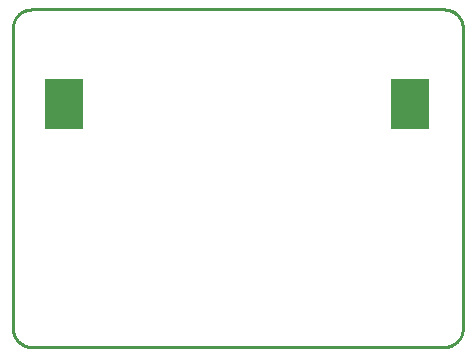
<source format=gbp>
G75*
%MOIN*%
%OFA0B0*%
%FSLAX25Y25*%
%IPPOS*%
%LPD*%
%AMOC8*
5,1,8,0,0,1.08239X$1,22.5*
%
%ADD10C,0.01000*%
%ADD11R,0.12992X0.16929*%
D10*
X0030024Y0051683D02*
X0167524Y0051683D01*
X0167680Y0051685D01*
X0167836Y0051691D01*
X0167991Y0051700D01*
X0168146Y0051714D01*
X0168301Y0051732D01*
X0168456Y0051753D01*
X0168609Y0051778D01*
X0168762Y0051807D01*
X0168915Y0051840D01*
X0169066Y0051876D01*
X0169217Y0051917D01*
X0169366Y0051961D01*
X0169515Y0052008D01*
X0169662Y0052060D01*
X0169807Y0052115D01*
X0169952Y0052174D01*
X0170095Y0052236D01*
X0170236Y0052302D01*
X0170375Y0052371D01*
X0170513Y0052444D01*
X0170649Y0052520D01*
X0170783Y0052600D01*
X0170915Y0052683D01*
X0171045Y0052769D01*
X0171172Y0052858D01*
X0171298Y0052951D01*
X0171421Y0053047D01*
X0171541Y0053145D01*
X0171660Y0053247D01*
X0171775Y0053351D01*
X0171888Y0053459D01*
X0171998Y0053569D01*
X0172106Y0053682D01*
X0172210Y0053797D01*
X0172312Y0053916D01*
X0172410Y0054036D01*
X0172506Y0054159D01*
X0172599Y0054285D01*
X0172688Y0054412D01*
X0172774Y0054542D01*
X0172857Y0054674D01*
X0172937Y0054808D01*
X0173013Y0054944D01*
X0173086Y0055082D01*
X0173155Y0055221D01*
X0173221Y0055362D01*
X0173283Y0055505D01*
X0173342Y0055650D01*
X0173397Y0055795D01*
X0173449Y0055942D01*
X0173496Y0056091D01*
X0173540Y0056240D01*
X0173581Y0056391D01*
X0173617Y0056542D01*
X0173650Y0056695D01*
X0173679Y0056848D01*
X0173704Y0057001D01*
X0173725Y0057156D01*
X0173743Y0057311D01*
X0173757Y0057466D01*
X0173766Y0057621D01*
X0173772Y0057777D01*
X0173774Y0057933D01*
X0173774Y0157933D01*
X0173772Y0158089D01*
X0173766Y0158245D01*
X0173757Y0158400D01*
X0173743Y0158555D01*
X0173725Y0158710D01*
X0173704Y0158865D01*
X0173679Y0159018D01*
X0173650Y0159171D01*
X0173617Y0159324D01*
X0173581Y0159475D01*
X0173540Y0159626D01*
X0173496Y0159775D01*
X0173449Y0159924D01*
X0173397Y0160071D01*
X0173342Y0160216D01*
X0173283Y0160361D01*
X0173221Y0160504D01*
X0173155Y0160645D01*
X0173086Y0160784D01*
X0173013Y0160922D01*
X0172937Y0161058D01*
X0172857Y0161192D01*
X0172774Y0161324D01*
X0172688Y0161454D01*
X0172599Y0161581D01*
X0172506Y0161707D01*
X0172410Y0161830D01*
X0172312Y0161950D01*
X0172210Y0162069D01*
X0172106Y0162184D01*
X0171998Y0162297D01*
X0171888Y0162407D01*
X0171775Y0162515D01*
X0171660Y0162619D01*
X0171541Y0162721D01*
X0171421Y0162819D01*
X0171298Y0162915D01*
X0171172Y0163008D01*
X0171045Y0163097D01*
X0170915Y0163183D01*
X0170783Y0163266D01*
X0170649Y0163346D01*
X0170513Y0163422D01*
X0170375Y0163495D01*
X0170236Y0163564D01*
X0170095Y0163630D01*
X0169952Y0163692D01*
X0169807Y0163751D01*
X0169662Y0163806D01*
X0169515Y0163858D01*
X0169366Y0163905D01*
X0169217Y0163949D01*
X0169066Y0163990D01*
X0168915Y0164026D01*
X0168762Y0164059D01*
X0168609Y0164088D01*
X0168456Y0164113D01*
X0168301Y0164134D01*
X0168146Y0164152D01*
X0167991Y0164166D01*
X0167836Y0164175D01*
X0167680Y0164181D01*
X0167524Y0164183D01*
X0030024Y0164183D01*
X0029868Y0164181D01*
X0029712Y0164175D01*
X0029557Y0164166D01*
X0029402Y0164152D01*
X0029247Y0164134D01*
X0029092Y0164113D01*
X0028939Y0164088D01*
X0028786Y0164059D01*
X0028633Y0164026D01*
X0028482Y0163990D01*
X0028331Y0163949D01*
X0028182Y0163905D01*
X0028033Y0163858D01*
X0027886Y0163806D01*
X0027741Y0163751D01*
X0027596Y0163692D01*
X0027453Y0163630D01*
X0027312Y0163564D01*
X0027173Y0163495D01*
X0027035Y0163422D01*
X0026899Y0163346D01*
X0026765Y0163266D01*
X0026633Y0163183D01*
X0026503Y0163097D01*
X0026376Y0163008D01*
X0026250Y0162915D01*
X0026127Y0162819D01*
X0026007Y0162721D01*
X0025888Y0162619D01*
X0025773Y0162515D01*
X0025660Y0162407D01*
X0025550Y0162297D01*
X0025442Y0162184D01*
X0025338Y0162069D01*
X0025236Y0161950D01*
X0025138Y0161830D01*
X0025042Y0161707D01*
X0024949Y0161581D01*
X0024860Y0161454D01*
X0024774Y0161324D01*
X0024691Y0161192D01*
X0024611Y0161058D01*
X0024535Y0160922D01*
X0024462Y0160784D01*
X0024393Y0160645D01*
X0024327Y0160504D01*
X0024265Y0160361D01*
X0024206Y0160216D01*
X0024151Y0160071D01*
X0024099Y0159924D01*
X0024052Y0159775D01*
X0024008Y0159626D01*
X0023967Y0159475D01*
X0023931Y0159324D01*
X0023898Y0159171D01*
X0023869Y0159018D01*
X0023844Y0158865D01*
X0023823Y0158710D01*
X0023805Y0158555D01*
X0023791Y0158400D01*
X0023782Y0158245D01*
X0023776Y0158089D01*
X0023774Y0157933D01*
X0023774Y0057933D01*
X0023776Y0057777D01*
X0023782Y0057621D01*
X0023791Y0057466D01*
X0023805Y0057311D01*
X0023823Y0057156D01*
X0023844Y0057001D01*
X0023869Y0056848D01*
X0023898Y0056695D01*
X0023931Y0056542D01*
X0023967Y0056391D01*
X0024008Y0056240D01*
X0024052Y0056091D01*
X0024099Y0055942D01*
X0024151Y0055795D01*
X0024206Y0055650D01*
X0024265Y0055505D01*
X0024327Y0055362D01*
X0024393Y0055221D01*
X0024462Y0055082D01*
X0024535Y0054944D01*
X0024611Y0054808D01*
X0024691Y0054674D01*
X0024774Y0054542D01*
X0024860Y0054412D01*
X0024949Y0054285D01*
X0025042Y0054159D01*
X0025138Y0054036D01*
X0025236Y0053916D01*
X0025338Y0053797D01*
X0025442Y0053682D01*
X0025550Y0053569D01*
X0025660Y0053459D01*
X0025773Y0053351D01*
X0025888Y0053247D01*
X0026007Y0053145D01*
X0026127Y0053047D01*
X0026250Y0052951D01*
X0026376Y0052858D01*
X0026503Y0052769D01*
X0026633Y0052683D01*
X0026765Y0052600D01*
X0026899Y0052520D01*
X0027035Y0052444D01*
X0027173Y0052371D01*
X0027312Y0052302D01*
X0027453Y0052236D01*
X0027596Y0052174D01*
X0027741Y0052115D01*
X0027886Y0052060D01*
X0028033Y0052008D01*
X0028182Y0051961D01*
X0028331Y0051917D01*
X0028482Y0051876D01*
X0028633Y0051840D01*
X0028786Y0051807D01*
X0028939Y0051778D01*
X0029092Y0051753D01*
X0029247Y0051732D01*
X0029402Y0051714D01*
X0029557Y0051700D01*
X0029712Y0051691D01*
X0029868Y0051685D01*
X0030024Y0051683D01*
D11*
X0040900Y0132683D03*
X0156254Y0132683D03*
M02*

</source>
